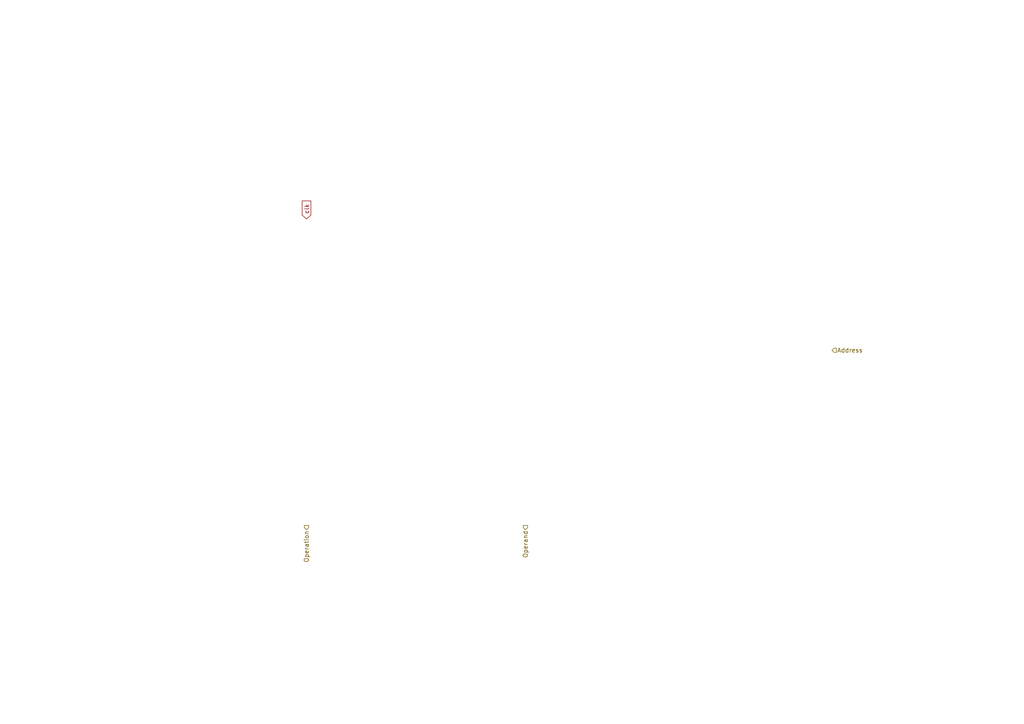
<source format=kicad_sch>
(kicad_sch (version 20211123) (generator eeschema)
  (paper "A4")
  (lib_symbols)
  (global_label "clk" (shape input) (at 88.9 63.5 90) (property "Intersheet References" "${INTERSHEET_REFS}" (at 88.8206 58.305 90) (effects (justify left))))
  (hierarchical_label "Address" (shape input) (at 241.3 101.6 0))
  (hierarchical_label "Operation" (shape output) (at 88.9 152.4 270))
  (hierarchical_label "Operand" (shape output) (at 152.4 152.4 270))
)
</source>
